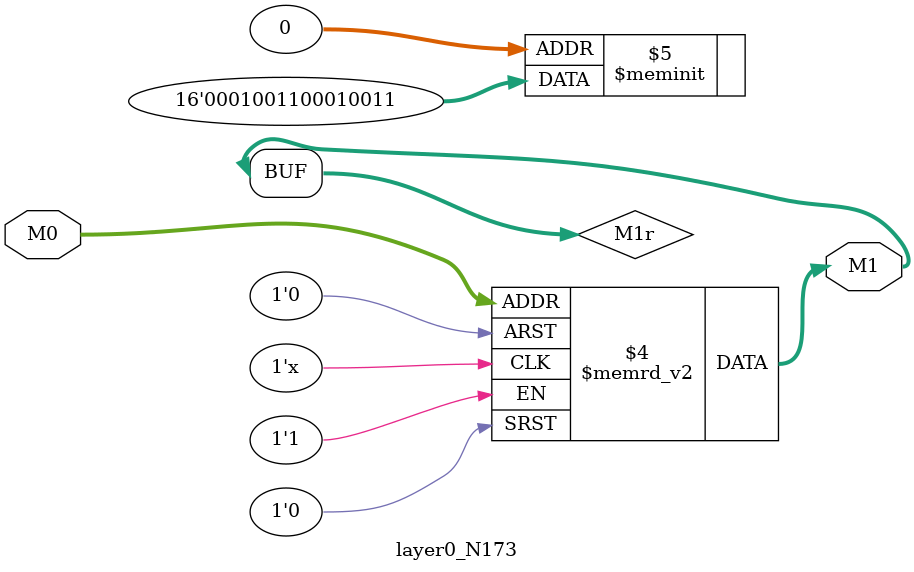
<source format=v>
module layer0_N173 ( input [2:0] M0, output [1:0] M1 );

	(*rom_style = "distributed" *) reg [1:0] M1r;
	assign M1 = M1r;
	always @ (M0) begin
		case (M0)
			3'b000: M1r = 2'b11;
			3'b100: M1r = 2'b11;
			3'b010: M1r = 2'b01;
			3'b110: M1r = 2'b01;
			3'b001: M1r = 2'b00;
			3'b101: M1r = 2'b00;
			3'b011: M1r = 2'b00;
			3'b111: M1r = 2'b00;

		endcase
	end
endmodule

</source>
